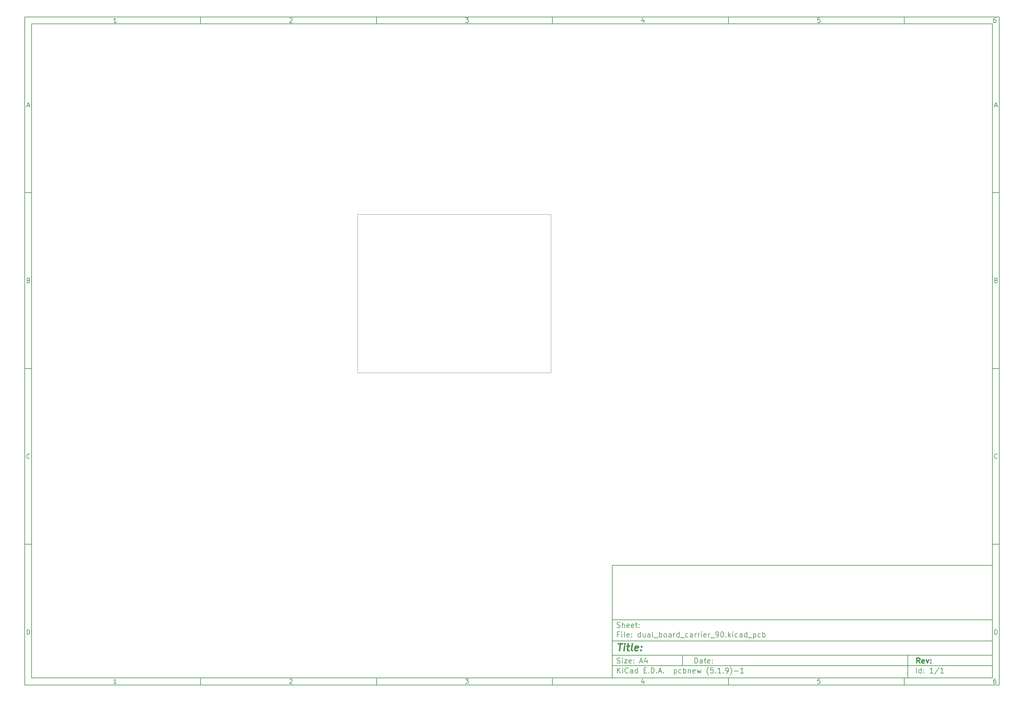
<source format=gbr>
%TF.GenerationSoftware,KiCad,Pcbnew,(5.1.9)-1*%
%TF.CreationDate,2021-02-06T18:14:13-06:00*%
%TF.ProjectId,dual_board_carrier_90,6475616c-5f62-46f6-9172-645f63617272,rev?*%
%TF.SameCoordinates,Original*%
%TF.FileFunction,Profile,NP*%
%FSLAX46Y46*%
G04 Gerber Fmt 4.6, Leading zero omitted, Abs format (unit mm)*
G04 Created by KiCad (PCBNEW (5.1.9)-1) date 2021-02-06 18:14:13*
%MOMM*%
%LPD*%
G01*
G04 APERTURE LIST*
%ADD10C,0.100000*%
%ADD11C,0.150000*%
%ADD12C,0.300000*%
%ADD13C,0.400000*%
%TA.AperFunction,Profile*%
%ADD14C,0.100000*%
%TD*%
%TA.AperFunction,Profile*%
%ADD15C,1.000000*%
%TD*%
G04 APERTURE END LIST*
D10*
D11*
X177002200Y-166007200D02*
X177002200Y-198007200D01*
X285002200Y-198007200D01*
X285002200Y-166007200D01*
X177002200Y-166007200D01*
D10*
D11*
X10000000Y-10000000D02*
X10000000Y-200007200D01*
X287002200Y-200007200D01*
X287002200Y-10000000D01*
X10000000Y-10000000D01*
D10*
D11*
X12000000Y-12000000D02*
X12000000Y-198007200D01*
X285002200Y-198007200D01*
X285002200Y-12000000D01*
X12000000Y-12000000D01*
D10*
D11*
X60000000Y-12000000D02*
X60000000Y-10000000D01*
D10*
D11*
X110000000Y-12000000D02*
X110000000Y-10000000D01*
D10*
D11*
X160000000Y-12000000D02*
X160000000Y-10000000D01*
D10*
D11*
X210000000Y-12000000D02*
X210000000Y-10000000D01*
D10*
D11*
X260000000Y-12000000D02*
X260000000Y-10000000D01*
D10*
D11*
X36065476Y-11588095D02*
X35322619Y-11588095D01*
X35694047Y-11588095D02*
X35694047Y-10288095D01*
X35570238Y-10473809D01*
X35446428Y-10597619D01*
X35322619Y-10659523D01*
D10*
D11*
X85322619Y-10411904D02*
X85384523Y-10350000D01*
X85508333Y-10288095D01*
X85817857Y-10288095D01*
X85941666Y-10350000D01*
X86003571Y-10411904D01*
X86065476Y-10535714D01*
X86065476Y-10659523D01*
X86003571Y-10845238D01*
X85260714Y-11588095D01*
X86065476Y-11588095D01*
D10*
D11*
X135260714Y-10288095D02*
X136065476Y-10288095D01*
X135632142Y-10783333D01*
X135817857Y-10783333D01*
X135941666Y-10845238D01*
X136003571Y-10907142D01*
X136065476Y-11030952D01*
X136065476Y-11340476D01*
X136003571Y-11464285D01*
X135941666Y-11526190D01*
X135817857Y-11588095D01*
X135446428Y-11588095D01*
X135322619Y-11526190D01*
X135260714Y-11464285D01*
D10*
D11*
X185941666Y-10721428D02*
X185941666Y-11588095D01*
X185632142Y-10226190D02*
X185322619Y-11154761D01*
X186127380Y-11154761D01*
D10*
D11*
X236003571Y-10288095D02*
X235384523Y-10288095D01*
X235322619Y-10907142D01*
X235384523Y-10845238D01*
X235508333Y-10783333D01*
X235817857Y-10783333D01*
X235941666Y-10845238D01*
X236003571Y-10907142D01*
X236065476Y-11030952D01*
X236065476Y-11340476D01*
X236003571Y-11464285D01*
X235941666Y-11526190D01*
X235817857Y-11588095D01*
X235508333Y-11588095D01*
X235384523Y-11526190D01*
X235322619Y-11464285D01*
D10*
D11*
X285941666Y-10288095D02*
X285694047Y-10288095D01*
X285570238Y-10350000D01*
X285508333Y-10411904D01*
X285384523Y-10597619D01*
X285322619Y-10845238D01*
X285322619Y-11340476D01*
X285384523Y-11464285D01*
X285446428Y-11526190D01*
X285570238Y-11588095D01*
X285817857Y-11588095D01*
X285941666Y-11526190D01*
X286003571Y-11464285D01*
X286065476Y-11340476D01*
X286065476Y-11030952D01*
X286003571Y-10907142D01*
X285941666Y-10845238D01*
X285817857Y-10783333D01*
X285570238Y-10783333D01*
X285446428Y-10845238D01*
X285384523Y-10907142D01*
X285322619Y-11030952D01*
D10*
D11*
X60000000Y-198007200D02*
X60000000Y-200007200D01*
D10*
D11*
X110000000Y-198007200D02*
X110000000Y-200007200D01*
D10*
D11*
X160000000Y-198007200D02*
X160000000Y-200007200D01*
D10*
D11*
X210000000Y-198007200D02*
X210000000Y-200007200D01*
D10*
D11*
X260000000Y-198007200D02*
X260000000Y-200007200D01*
D10*
D11*
X36065476Y-199595295D02*
X35322619Y-199595295D01*
X35694047Y-199595295D02*
X35694047Y-198295295D01*
X35570238Y-198481009D01*
X35446428Y-198604819D01*
X35322619Y-198666723D01*
D10*
D11*
X85322619Y-198419104D02*
X85384523Y-198357200D01*
X85508333Y-198295295D01*
X85817857Y-198295295D01*
X85941666Y-198357200D01*
X86003571Y-198419104D01*
X86065476Y-198542914D01*
X86065476Y-198666723D01*
X86003571Y-198852438D01*
X85260714Y-199595295D01*
X86065476Y-199595295D01*
D10*
D11*
X135260714Y-198295295D02*
X136065476Y-198295295D01*
X135632142Y-198790533D01*
X135817857Y-198790533D01*
X135941666Y-198852438D01*
X136003571Y-198914342D01*
X136065476Y-199038152D01*
X136065476Y-199347676D01*
X136003571Y-199471485D01*
X135941666Y-199533390D01*
X135817857Y-199595295D01*
X135446428Y-199595295D01*
X135322619Y-199533390D01*
X135260714Y-199471485D01*
D10*
D11*
X185941666Y-198728628D02*
X185941666Y-199595295D01*
X185632142Y-198233390D02*
X185322619Y-199161961D01*
X186127380Y-199161961D01*
D10*
D11*
X236003571Y-198295295D02*
X235384523Y-198295295D01*
X235322619Y-198914342D01*
X235384523Y-198852438D01*
X235508333Y-198790533D01*
X235817857Y-198790533D01*
X235941666Y-198852438D01*
X236003571Y-198914342D01*
X236065476Y-199038152D01*
X236065476Y-199347676D01*
X236003571Y-199471485D01*
X235941666Y-199533390D01*
X235817857Y-199595295D01*
X235508333Y-199595295D01*
X235384523Y-199533390D01*
X235322619Y-199471485D01*
D10*
D11*
X285941666Y-198295295D02*
X285694047Y-198295295D01*
X285570238Y-198357200D01*
X285508333Y-198419104D01*
X285384523Y-198604819D01*
X285322619Y-198852438D01*
X285322619Y-199347676D01*
X285384523Y-199471485D01*
X285446428Y-199533390D01*
X285570238Y-199595295D01*
X285817857Y-199595295D01*
X285941666Y-199533390D01*
X286003571Y-199471485D01*
X286065476Y-199347676D01*
X286065476Y-199038152D01*
X286003571Y-198914342D01*
X285941666Y-198852438D01*
X285817857Y-198790533D01*
X285570238Y-198790533D01*
X285446428Y-198852438D01*
X285384523Y-198914342D01*
X285322619Y-199038152D01*
D10*
D11*
X10000000Y-60000000D02*
X12000000Y-60000000D01*
D10*
D11*
X10000000Y-110000000D02*
X12000000Y-110000000D01*
D10*
D11*
X10000000Y-160000000D02*
X12000000Y-160000000D01*
D10*
D11*
X10690476Y-35216666D02*
X11309523Y-35216666D01*
X10566666Y-35588095D02*
X11000000Y-34288095D01*
X11433333Y-35588095D01*
D10*
D11*
X11092857Y-84907142D02*
X11278571Y-84969047D01*
X11340476Y-85030952D01*
X11402380Y-85154761D01*
X11402380Y-85340476D01*
X11340476Y-85464285D01*
X11278571Y-85526190D01*
X11154761Y-85588095D01*
X10659523Y-85588095D01*
X10659523Y-84288095D01*
X11092857Y-84288095D01*
X11216666Y-84350000D01*
X11278571Y-84411904D01*
X11340476Y-84535714D01*
X11340476Y-84659523D01*
X11278571Y-84783333D01*
X11216666Y-84845238D01*
X11092857Y-84907142D01*
X10659523Y-84907142D01*
D10*
D11*
X11402380Y-135464285D02*
X11340476Y-135526190D01*
X11154761Y-135588095D01*
X11030952Y-135588095D01*
X10845238Y-135526190D01*
X10721428Y-135402380D01*
X10659523Y-135278571D01*
X10597619Y-135030952D01*
X10597619Y-134845238D01*
X10659523Y-134597619D01*
X10721428Y-134473809D01*
X10845238Y-134350000D01*
X11030952Y-134288095D01*
X11154761Y-134288095D01*
X11340476Y-134350000D01*
X11402380Y-134411904D01*
D10*
D11*
X10659523Y-185588095D02*
X10659523Y-184288095D01*
X10969047Y-184288095D01*
X11154761Y-184350000D01*
X11278571Y-184473809D01*
X11340476Y-184597619D01*
X11402380Y-184845238D01*
X11402380Y-185030952D01*
X11340476Y-185278571D01*
X11278571Y-185402380D01*
X11154761Y-185526190D01*
X10969047Y-185588095D01*
X10659523Y-185588095D01*
D10*
D11*
X287002200Y-60000000D02*
X285002200Y-60000000D01*
D10*
D11*
X287002200Y-110000000D02*
X285002200Y-110000000D01*
D10*
D11*
X287002200Y-160000000D02*
X285002200Y-160000000D01*
D10*
D11*
X285692676Y-35216666D02*
X286311723Y-35216666D01*
X285568866Y-35588095D02*
X286002200Y-34288095D01*
X286435533Y-35588095D01*
D10*
D11*
X286095057Y-84907142D02*
X286280771Y-84969047D01*
X286342676Y-85030952D01*
X286404580Y-85154761D01*
X286404580Y-85340476D01*
X286342676Y-85464285D01*
X286280771Y-85526190D01*
X286156961Y-85588095D01*
X285661723Y-85588095D01*
X285661723Y-84288095D01*
X286095057Y-84288095D01*
X286218866Y-84350000D01*
X286280771Y-84411904D01*
X286342676Y-84535714D01*
X286342676Y-84659523D01*
X286280771Y-84783333D01*
X286218866Y-84845238D01*
X286095057Y-84907142D01*
X285661723Y-84907142D01*
D10*
D11*
X286404580Y-135464285D02*
X286342676Y-135526190D01*
X286156961Y-135588095D01*
X286033152Y-135588095D01*
X285847438Y-135526190D01*
X285723628Y-135402380D01*
X285661723Y-135278571D01*
X285599819Y-135030952D01*
X285599819Y-134845238D01*
X285661723Y-134597619D01*
X285723628Y-134473809D01*
X285847438Y-134350000D01*
X286033152Y-134288095D01*
X286156961Y-134288095D01*
X286342676Y-134350000D01*
X286404580Y-134411904D01*
D10*
D11*
X285661723Y-185588095D02*
X285661723Y-184288095D01*
X285971247Y-184288095D01*
X286156961Y-184350000D01*
X286280771Y-184473809D01*
X286342676Y-184597619D01*
X286404580Y-184845238D01*
X286404580Y-185030952D01*
X286342676Y-185278571D01*
X286280771Y-185402380D01*
X286156961Y-185526190D01*
X285971247Y-185588095D01*
X285661723Y-185588095D01*
D10*
D11*
X200434342Y-193785771D02*
X200434342Y-192285771D01*
X200791485Y-192285771D01*
X201005771Y-192357200D01*
X201148628Y-192500057D01*
X201220057Y-192642914D01*
X201291485Y-192928628D01*
X201291485Y-193142914D01*
X201220057Y-193428628D01*
X201148628Y-193571485D01*
X201005771Y-193714342D01*
X200791485Y-193785771D01*
X200434342Y-193785771D01*
X202577200Y-193785771D02*
X202577200Y-193000057D01*
X202505771Y-192857200D01*
X202362914Y-192785771D01*
X202077200Y-192785771D01*
X201934342Y-192857200D01*
X202577200Y-193714342D02*
X202434342Y-193785771D01*
X202077200Y-193785771D01*
X201934342Y-193714342D01*
X201862914Y-193571485D01*
X201862914Y-193428628D01*
X201934342Y-193285771D01*
X202077200Y-193214342D01*
X202434342Y-193214342D01*
X202577200Y-193142914D01*
X203077200Y-192785771D02*
X203648628Y-192785771D01*
X203291485Y-192285771D02*
X203291485Y-193571485D01*
X203362914Y-193714342D01*
X203505771Y-193785771D01*
X203648628Y-193785771D01*
X204720057Y-193714342D02*
X204577200Y-193785771D01*
X204291485Y-193785771D01*
X204148628Y-193714342D01*
X204077200Y-193571485D01*
X204077200Y-193000057D01*
X204148628Y-192857200D01*
X204291485Y-192785771D01*
X204577200Y-192785771D01*
X204720057Y-192857200D01*
X204791485Y-193000057D01*
X204791485Y-193142914D01*
X204077200Y-193285771D01*
X205434342Y-193642914D02*
X205505771Y-193714342D01*
X205434342Y-193785771D01*
X205362914Y-193714342D01*
X205434342Y-193642914D01*
X205434342Y-193785771D01*
X205434342Y-192857200D02*
X205505771Y-192928628D01*
X205434342Y-193000057D01*
X205362914Y-192928628D01*
X205434342Y-192857200D01*
X205434342Y-193000057D01*
D10*
D11*
X177002200Y-194507200D02*
X285002200Y-194507200D01*
D10*
D11*
X178434342Y-196585771D02*
X178434342Y-195085771D01*
X179291485Y-196585771D02*
X178648628Y-195728628D01*
X179291485Y-195085771D02*
X178434342Y-195942914D01*
X179934342Y-196585771D02*
X179934342Y-195585771D01*
X179934342Y-195085771D02*
X179862914Y-195157200D01*
X179934342Y-195228628D01*
X180005771Y-195157200D01*
X179934342Y-195085771D01*
X179934342Y-195228628D01*
X181505771Y-196442914D02*
X181434342Y-196514342D01*
X181220057Y-196585771D01*
X181077200Y-196585771D01*
X180862914Y-196514342D01*
X180720057Y-196371485D01*
X180648628Y-196228628D01*
X180577200Y-195942914D01*
X180577200Y-195728628D01*
X180648628Y-195442914D01*
X180720057Y-195300057D01*
X180862914Y-195157200D01*
X181077200Y-195085771D01*
X181220057Y-195085771D01*
X181434342Y-195157200D01*
X181505771Y-195228628D01*
X182791485Y-196585771D02*
X182791485Y-195800057D01*
X182720057Y-195657200D01*
X182577200Y-195585771D01*
X182291485Y-195585771D01*
X182148628Y-195657200D01*
X182791485Y-196514342D02*
X182648628Y-196585771D01*
X182291485Y-196585771D01*
X182148628Y-196514342D01*
X182077200Y-196371485D01*
X182077200Y-196228628D01*
X182148628Y-196085771D01*
X182291485Y-196014342D01*
X182648628Y-196014342D01*
X182791485Y-195942914D01*
X184148628Y-196585771D02*
X184148628Y-195085771D01*
X184148628Y-196514342D02*
X184005771Y-196585771D01*
X183720057Y-196585771D01*
X183577200Y-196514342D01*
X183505771Y-196442914D01*
X183434342Y-196300057D01*
X183434342Y-195871485D01*
X183505771Y-195728628D01*
X183577200Y-195657200D01*
X183720057Y-195585771D01*
X184005771Y-195585771D01*
X184148628Y-195657200D01*
X186005771Y-195800057D02*
X186505771Y-195800057D01*
X186720057Y-196585771D02*
X186005771Y-196585771D01*
X186005771Y-195085771D01*
X186720057Y-195085771D01*
X187362914Y-196442914D02*
X187434342Y-196514342D01*
X187362914Y-196585771D01*
X187291485Y-196514342D01*
X187362914Y-196442914D01*
X187362914Y-196585771D01*
X188077200Y-196585771D02*
X188077200Y-195085771D01*
X188434342Y-195085771D01*
X188648628Y-195157200D01*
X188791485Y-195300057D01*
X188862914Y-195442914D01*
X188934342Y-195728628D01*
X188934342Y-195942914D01*
X188862914Y-196228628D01*
X188791485Y-196371485D01*
X188648628Y-196514342D01*
X188434342Y-196585771D01*
X188077200Y-196585771D01*
X189577200Y-196442914D02*
X189648628Y-196514342D01*
X189577200Y-196585771D01*
X189505771Y-196514342D01*
X189577200Y-196442914D01*
X189577200Y-196585771D01*
X190220057Y-196157200D02*
X190934342Y-196157200D01*
X190077200Y-196585771D02*
X190577200Y-195085771D01*
X191077200Y-196585771D01*
X191577200Y-196442914D02*
X191648628Y-196514342D01*
X191577200Y-196585771D01*
X191505771Y-196514342D01*
X191577200Y-196442914D01*
X191577200Y-196585771D01*
X194577200Y-195585771D02*
X194577200Y-197085771D01*
X194577200Y-195657200D02*
X194720057Y-195585771D01*
X195005771Y-195585771D01*
X195148628Y-195657200D01*
X195220057Y-195728628D01*
X195291485Y-195871485D01*
X195291485Y-196300057D01*
X195220057Y-196442914D01*
X195148628Y-196514342D01*
X195005771Y-196585771D01*
X194720057Y-196585771D01*
X194577200Y-196514342D01*
X196577200Y-196514342D02*
X196434342Y-196585771D01*
X196148628Y-196585771D01*
X196005771Y-196514342D01*
X195934342Y-196442914D01*
X195862914Y-196300057D01*
X195862914Y-195871485D01*
X195934342Y-195728628D01*
X196005771Y-195657200D01*
X196148628Y-195585771D01*
X196434342Y-195585771D01*
X196577200Y-195657200D01*
X197220057Y-196585771D02*
X197220057Y-195085771D01*
X197220057Y-195657200D02*
X197362914Y-195585771D01*
X197648628Y-195585771D01*
X197791485Y-195657200D01*
X197862914Y-195728628D01*
X197934342Y-195871485D01*
X197934342Y-196300057D01*
X197862914Y-196442914D01*
X197791485Y-196514342D01*
X197648628Y-196585771D01*
X197362914Y-196585771D01*
X197220057Y-196514342D01*
X198577200Y-195585771D02*
X198577200Y-196585771D01*
X198577200Y-195728628D02*
X198648628Y-195657200D01*
X198791485Y-195585771D01*
X199005771Y-195585771D01*
X199148628Y-195657200D01*
X199220057Y-195800057D01*
X199220057Y-196585771D01*
X200505771Y-196514342D02*
X200362914Y-196585771D01*
X200077200Y-196585771D01*
X199934342Y-196514342D01*
X199862914Y-196371485D01*
X199862914Y-195800057D01*
X199934342Y-195657200D01*
X200077200Y-195585771D01*
X200362914Y-195585771D01*
X200505771Y-195657200D01*
X200577200Y-195800057D01*
X200577200Y-195942914D01*
X199862914Y-196085771D01*
X201077200Y-195585771D02*
X201362914Y-196585771D01*
X201648628Y-195871485D01*
X201934342Y-196585771D01*
X202220057Y-195585771D01*
X204362914Y-197157200D02*
X204291485Y-197085771D01*
X204148628Y-196871485D01*
X204077200Y-196728628D01*
X204005771Y-196514342D01*
X203934342Y-196157200D01*
X203934342Y-195871485D01*
X204005771Y-195514342D01*
X204077200Y-195300057D01*
X204148628Y-195157200D01*
X204291485Y-194942914D01*
X204362914Y-194871485D01*
X205648628Y-195085771D02*
X204934342Y-195085771D01*
X204862914Y-195800057D01*
X204934342Y-195728628D01*
X205077200Y-195657200D01*
X205434342Y-195657200D01*
X205577200Y-195728628D01*
X205648628Y-195800057D01*
X205720057Y-195942914D01*
X205720057Y-196300057D01*
X205648628Y-196442914D01*
X205577200Y-196514342D01*
X205434342Y-196585771D01*
X205077200Y-196585771D01*
X204934342Y-196514342D01*
X204862914Y-196442914D01*
X206362914Y-196442914D02*
X206434342Y-196514342D01*
X206362914Y-196585771D01*
X206291485Y-196514342D01*
X206362914Y-196442914D01*
X206362914Y-196585771D01*
X207862914Y-196585771D02*
X207005771Y-196585771D01*
X207434342Y-196585771D02*
X207434342Y-195085771D01*
X207291485Y-195300057D01*
X207148628Y-195442914D01*
X207005771Y-195514342D01*
X208505771Y-196442914D02*
X208577200Y-196514342D01*
X208505771Y-196585771D01*
X208434342Y-196514342D01*
X208505771Y-196442914D01*
X208505771Y-196585771D01*
X209291485Y-196585771D02*
X209577200Y-196585771D01*
X209720057Y-196514342D01*
X209791485Y-196442914D01*
X209934342Y-196228628D01*
X210005771Y-195942914D01*
X210005771Y-195371485D01*
X209934342Y-195228628D01*
X209862914Y-195157200D01*
X209720057Y-195085771D01*
X209434342Y-195085771D01*
X209291485Y-195157200D01*
X209220057Y-195228628D01*
X209148628Y-195371485D01*
X209148628Y-195728628D01*
X209220057Y-195871485D01*
X209291485Y-195942914D01*
X209434342Y-196014342D01*
X209720057Y-196014342D01*
X209862914Y-195942914D01*
X209934342Y-195871485D01*
X210005771Y-195728628D01*
X210505771Y-197157200D02*
X210577200Y-197085771D01*
X210720057Y-196871485D01*
X210791485Y-196728628D01*
X210862914Y-196514342D01*
X210934342Y-196157200D01*
X210934342Y-195871485D01*
X210862914Y-195514342D01*
X210791485Y-195300057D01*
X210720057Y-195157200D01*
X210577200Y-194942914D01*
X210505771Y-194871485D01*
X211648628Y-196014342D02*
X212791485Y-196014342D01*
X214291485Y-196585771D02*
X213434342Y-196585771D01*
X213862914Y-196585771D02*
X213862914Y-195085771D01*
X213720057Y-195300057D01*
X213577200Y-195442914D01*
X213434342Y-195514342D01*
D10*
D11*
X177002200Y-191507200D02*
X285002200Y-191507200D01*
D10*
D12*
X264411485Y-193785771D02*
X263911485Y-193071485D01*
X263554342Y-193785771D02*
X263554342Y-192285771D01*
X264125771Y-192285771D01*
X264268628Y-192357200D01*
X264340057Y-192428628D01*
X264411485Y-192571485D01*
X264411485Y-192785771D01*
X264340057Y-192928628D01*
X264268628Y-193000057D01*
X264125771Y-193071485D01*
X263554342Y-193071485D01*
X265625771Y-193714342D02*
X265482914Y-193785771D01*
X265197200Y-193785771D01*
X265054342Y-193714342D01*
X264982914Y-193571485D01*
X264982914Y-193000057D01*
X265054342Y-192857200D01*
X265197200Y-192785771D01*
X265482914Y-192785771D01*
X265625771Y-192857200D01*
X265697200Y-193000057D01*
X265697200Y-193142914D01*
X264982914Y-193285771D01*
X266197200Y-192785771D02*
X266554342Y-193785771D01*
X266911485Y-192785771D01*
X267482914Y-193642914D02*
X267554342Y-193714342D01*
X267482914Y-193785771D01*
X267411485Y-193714342D01*
X267482914Y-193642914D01*
X267482914Y-193785771D01*
X267482914Y-192857200D02*
X267554342Y-192928628D01*
X267482914Y-193000057D01*
X267411485Y-192928628D01*
X267482914Y-192857200D01*
X267482914Y-193000057D01*
D10*
D11*
X178362914Y-193714342D02*
X178577200Y-193785771D01*
X178934342Y-193785771D01*
X179077200Y-193714342D01*
X179148628Y-193642914D01*
X179220057Y-193500057D01*
X179220057Y-193357200D01*
X179148628Y-193214342D01*
X179077200Y-193142914D01*
X178934342Y-193071485D01*
X178648628Y-193000057D01*
X178505771Y-192928628D01*
X178434342Y-192857200D01*
X178362914Y-192714342D01*
X178362914Y-192571485D01*
X178434342Y-192428628D01*
X178505771Y-192357200D01*
X178648628Y-192285771D01*
X179005771Y-192285771D01*
X179220057Y-192357200D01*
X179862914Y-193785771D02*
X179862914Y-192785771D01*
X179862914Y-192285771D02*
X179791485Y-192357200D01*
X179862914Y-192428628D01*
X179934342Y-192357200D01*
X179862914Y-192285771D01*
X179862914Y-192428628D01*
X180434342Y-192785771D02*
X181220057Y-192785771D01*
X180434342Y-193785771D01*
X181220057Y-193785771D01*
X182362914Y-193714342D02*
X182220057Y-193785771D01*
X181934342Y-193785771D01*
X181791485Y-193714342D01*
X181720057Y-193571485D01*
X181720057Y-193000057D01*
X181791485Y-192857200D01*
X181934342Y-192785771D01*
X182220057Y-192785771D01*
X182362914Y-192857200D01*
X182434342Y-193000057D01*
X182434342Y-193142914D01*
X181720057Y-193285771D01*
X183077200Y-193642914D02*
X183148628Y-193714342D01*
X183077200Y-193785771D01*
X183005771Y-193714342D01*
X183077200Y-193642914D01*
X183077200Y-193785771D01*
X183077200Y-192857200D02*
X183148628Y-192928628D01*
X183077200Y-193000057D01*
X183005771Y-192928628D01*
X183077200Y-192857200D01*
X183077200Y-193000057D01*
X184862914Y-193357200D02*
X185577200Y-193357200D01*
X184720057Y-193785771D02*
X185220057Y-192285771D01*
X185720057Y-193785771D01*
X186862914Y-192785771D02*
X186862914Y-193785771D01*
X186505771Y-192214342D02*
X186148628Y-193285771D01*
X187077200Y-193285771D01*
D10*
D11*
X263434342Y-196585771D02*
X263434342Y-195085771D01*
X264791485Y-196585771D02*
X264791485Y-195085771D01*
X264791485Y-196514342D02*
X264648628Y-196585771D01*
X264362914Y-196585771D01*
X264220057Y-196514342D01*
X264148628Y-196442914D01*
X264077200Y-196300057D01*
X264077200Y-195871485D01*
X264148628Y-195728628D01*
X264220057Y-195657200D01*
X264362914Y-195585771D01*
X264648628Y-195585771D01*
X264791485Y-195657200D01*
X265505771Y-196442914D02*
X265577200Y-196514342D01*
X265505771Y-196585771D01*
X265434342Y-196514342D01*
X265505771Y-196442914D01*
X265505771Y-196585771D01*
X265505771Y-195657200D02*
X265577200Y-195728628D01*
X265505771Y-195800057D01*
X265434342Y-195728628D01*
X265505771Y-195657200D01*
X265505771Y-195800057D01*
X268148628Y-196585771D02*
X267291485Y-196585771D01*
X267720057Y-196585771D02*
X267720057Y-195085771D01*
X267577200Y-195300057D01*
X267434342Y-195442914D01*
X267291485Y-195514342D01*
X269862914Y-195014342D02*
X268577200Y-196942914D01*
X271148628Y-196585771D02*
X270291485Y-196585771D01*
X270720057Y-196585771D02*
X270720057Y-195085771D01*
X270577200Y-195300057D01*
X270434342Y-195442914D01*
X270291485Y-195514342D01*
D10*
D11*
X177002200Y-187507200D02*
X285002200Y-187507200D01*
D10*
D13*
X178714580Y-188211961D02*
X179857438Y-188211961D01*
X179036009Y-190211961D02*
X179286009Y-188211961D01*
X180274104Y-190211961D02*
X180440771Y-188878628D01*
X180524104Y-188211961D02*
X180416961Y-188307200D01*
X180500295Y-188402438D01*
X180607438Y-188307200D01*
X180524104Y-188211961D01*
X180500295Y-188402438D01*
X181107438Y-188878628D02*
X181869342Y-188878628D01*
X181476485Y-188211961D02*
X181262200Y-189926247D01*
X181333628Y-190116723D01*
X181512200Y-190211961D01*
X181702676Y-190211961D01*
X182655057Y-190211961D02*
X182476485Y-190116723D01*
X182405057Y-189926247D01*
X182619342Y-188211961D01*
X184190771Y-190116723D02*
X183988390Y-190211961D01*
X183607438Y-190211961D01*
X183428866Y-190116723D01*
X183357438Y-189926247D01*
X183452676Y-189164342D01*
X183571723Y-188973866D01*
X183774104Y-188878628D01*
X184155057Y-188878628D01*
X184333628Y-188973866D01*
X184405057Y-189164342D01*
X184381247Y-189354819D01*
X183405057Y-189545295D01*
X185155057Y-190021485D02*
X185238390Y-190116723D01*
X185131247Y-190211961D01*
X185047914Y-190116723D01*
X185155057Y-190021485D01*
X185131247Y-190211961D01*
X185286009Y-188973866D02*
X185369342Y-189069104D01*
X185262200Y-189164342D01*
X185178866Y-189069104D01*
X185286009Y-188973866D01*
X185262200Y-189164342D01*
D10*
D11*
X178934342Y-185600057D02*
X178434342Y-185600057D01*
X178434342Y-186385771D02*
X178434342Y-184885771D01*
X179148628Y-184885771D01*
X179720057Y-186385771D02*
X179720057Y-185385771D01*
X179720057Y-184885771D02*
X179648628Y-184957200D01*
X179720057Y-185028628D01*
X179791485Y-184957200D01*
X179720057Y-184885771D01*
X179720057Y-185028628D01*
X180648628Y-186385771D02*
X180505771Y-186314342D01*
X180434342Y-186171485D01*
X180434342Y-184885771D01*
X181791485Y-186314342D02*
X181648628Y-186385771D01*
X181362914Y-186385771D01*
X181220057Y-186314342D01*
X181148628Y-186171485D01*
X181148628Y-185600057D01*
X181220057Y-185457200D01*
X181362914Y-185385771D01*
X181648628Y-185385771D01*
X181791485Y-185457200D01*
X181862914Y-185600057D01*
X181862914Y-185742914D01*
X181148628Y-185885771D01*
X182505771Y-186242914D02*
X182577200Y-186314342D01*
X182505771Y-186385771D01*
X182434342Y-186314342D01*
X182505771Y-186242914D01*
X182505771Y-186385771D01*
X182505771Y-185457200D02*
X182577200Y-185528628D01*
X182505771Y-185600057D01*
X182434342Y-185528628D01*
X182505771Y-185457200D01*
X182505771Y-185600057D01*
X185005771Y-186385771D02*
X185005771Y-184885771D01*
X185005771Y-186314342D02*
X184862914Y-186385771D01*
X184577200Y-186385771D01*
X184434342Y-186314342D01*
X184362914Y-186242914D01*
X184291485Y-186100057D01*
X184291485Y-185671485D01*
X184362914Y-185528628D01*
X184434342Y-185457200D01*
X184577200Y-185385771D01*
X184862914Y-185385771D01*
X185005771Y-185457200D01*
X186362914Y-185385771D02*
X186362914Y-186385771D01*
X185720057Y-185385771D02*
X185720057Y-186171485D01*
X185791485Y-186314342D01*
X185934342Y-186385771D01*
X186148628Y-186385771D01*
X186291485Y-186314342D01*
X186362914Y-186242914D01*
X187720057Y-186385771D02*
X187720057Y-185600057D01*
X187648628Y-185457200D01*
X187505771Y-185385771D01*
X187220057Y-185385771D01*
X187077200Y-185457200D01*
X187720057Y-186314342D02*
X187577200Y-186385771D01*
X187220057Y-186385771D01*
X187077200Y-186314342D01*
X187005771Y-186171485D01*
X187005771Y-186028628D01*
X187077200Y-185885771D01*
X187220057Y-185814342D01*
X187577200Y-185814342D01*
X187720057Y-185742914D01*
X188648628Y-186385771D02*
X188505771Y-186314342D01*
X188434342Y-186171485D01*
X188434342Y-184885771D01*
X188862914Y-186528628D02*
X190005771Y-186528628D01*
X190362914Y-186385771D02*
X190362914Y-184885771D01*
X190362914Y-185457200D02*
X190505771Y-185385771D01*
X190791485Y-185385771D01*
X190934342Y-185457200D01*
X191005771Y-185528628D01*
X191077200Y-185671485D01*
X191077200Y-186100057D01*
X191005771Y-186242914D01*
X190934342Y-186314342D01*
X190791485Y-186385771D01*
X190505771Y-186385771D01*
X190362914Y-186314342D01*
X191934342Y-186385771D02*
X191791485Y-186314342D01*
X191720057Y-186242914D01*
X191648628Y-186100057D01*
X191648628Y-185671485D01*
X191720057Y-185528628D01*
X191791485Y-185457200D01*
X191934342Y-185385771D01*
X192148628Y-185385771D01*
X192291485Y-185457200D01*
X192362914Y-185528628D01*
X192434342Y-185671485D01*
X192434342Y-186100057D01*
X192362914Y-186242914D01*
X192291485Y-186314342D01*
X192148628Y-186385771D01*
X191934342Y-186385771D01*
X193720057Y-186385771D02*
X193720057Y-185600057D01*
X193648628Y-185457200D01*
X193505771Y-185385771D01*
X193220057Y-185385771D01*
X193077200Y-185457200D01*
X193720057Y-186314342D02*
X193577200Y-186385771D01*
X193220057Y-186385771D01*
X193077200Y-186314342D01*
X193005771Y-186171485D01*
X193005771Y-186028628D01*
X193077200Y-185885771D01*
X193220057Y-185814342D01*
X193577200Y-185814342D01*
X193720057Y-185742914D01*
X194434342Y-186385771D02*
X194434342Y-185385771D01*
X194434342Y-185671485D02*
X194505771Y-185528628D01*
X194577200Y-185457200D01*
X194720057Y-185385771D01*
X194862914Y-185385771D01*
X196005771Y-186385771D02*
X196005771Y-184885771D01*
X196005771Y-186314342D02*
X195862914Y-186385771D01*
X195577200Y-186385771D01*
X195434342Y-186314342D01*
X195362914Y-186242914D01*
X195291485Y-186100057D01*
X195291485Y-185671485D01*
X195362914Y-185528628D01*
X195434342Y-185457200D01*
X195577200Y-185385771D01*
X195862914Y-185385771D01*
X196005771Y-185457200D01*
X196362914Y-186528628D02*
X197505771Y-186528628D01*
X198505771Y-186314342D02*
X198362914Y-186385771D01*
X198077200Y-186385771D01*
X197934342Y-186314342D01*
X197862914Y-186242914D01*
X197791485Y-186100057D01*
X197791485Y-185671485D01*
X197862914Y-185528628D01*
X197934342Y-185457200D01*
X198077200Y-185385771D01*
X198362914Y-185385771D01*
X198505771Y-185457200D01*
X199791485Y-186385771D02*
X199791485Y-185600057D01*
X199720057Y-185457200D01*
X199577200Y-185385771D01*
X199291485Y-185385771D01*
X199148628Y-185457200D01*
X199791485Y-186314342D02*
X199648628Y-186385771D01*
X199291485Y-186385771D01*
X199148628Y-186314342D01*
X199077200Y-186171485D01*
X199077200Y-186028628D01*
X199148628Y-185885771D01*
X199291485Y-185814342D01*
X199648628Y-185814342D01*
X199791485Y-185742914D01*
X200505771Y-186385771D02*
X200505771Y-185385771D01*
X200505771Y-185671485D02*
X200577200Y-185528628D01*
X200648628Y-185457200D01*
X200791485Y-185385771D01*
X200934342Y-185385771D01*
X201434342Y-186385771D02*
X201434342Y-185385771D01*
X201434342Y-185671485D02*
X201505771Y-185528628D01*
X201577200Y-185457200D01*
X201720057Y-185385771D01*
X201862914Y-185385771D01*
X202362914Y-186385771D02*
X202362914Y-185385771D01*
X202362914Y-184885771D02*
X202291485Y-184957200D01*
X202362914Y-185028628D01*
X202434342Y-184957200D01*
X202362914Y-184885771D01*
X202362914Y-185028628D01*
X203648628Y-186314342D02*
X203505771Y-186385771D01*
X203220057Y-186385771D01*
X203077200Y-186314342D01*
X203005771Y-186171485D01*
X203005771Y-185600057D01*
X203077200Y-185457200D01*
X203220057Y-185385771D01*
X203505771Y-185385771D01*
X203648628Y-185457200D01*
X203720057Y-185600057D01*
X203720057Y-185742914D01*
X203005771Y-185885771D01*
X204362914Y-186385771D02*
X204362914Y-185385771D01*
X204362914Y-185671485D02*
X204434342Y-185528628D01*
X204505771Y-185457200D01*
X204648628Y-185385771D01*
X204791485Y-185385771D01*
X204934342Y-186528628D02*
X206077200Y-186528628D01*
X206505771Y-186385771D02*
X206791485Y-186385771D01*
X206934342Y-186314342D01*
X207005771Y-186242914D01*
X207148628Y-186028628D01*
X207220057Y-185742914D01*
X207220057Y-185171485D01*
X207148628Y-185028628D01*
X207077200Y-184957200D01*
X206934342Y-184885771D01*
X206648628Y-184885771D01*
X206505771Y-184957200D01*
X206434342Y-185028628D01*
X206362914Y-185171485D01*
X206362914Y-185528628D01*
X206434342Y-185671485D01*
X206505771Y-185742914D01*
X206648628Y-185814342D01*
X206934342Y-185814342D01*
X207077200Y-185742914D01*
X207148628Y-185671485D01*
X207220057Y-185528628D01*
X208148628Y-184885771D02*
X208291485Y-184885771D01*
X208434342Y-184957200D01*
X208505771Y-185028628D01*
X208577200Y-185171485D01*
X208648628Y-185457200D01*
X208648628Y-185814342D01*
X208577200Y-186100057D01*
X208505771Y-186242914D01*
X208434342Y-186314342D01*
X208291485Y-186385771D01*
X208148628Y-186385771D01*
X208005771Y-186314342D01*
X207934342Y-186242914D01*
X207862914Y-186100057D01*
X207791485Y-185814342D01*
X207791485Y-185457200D01*
X207862914Y-185171485D01*
X207934342Y-185028628D01*
X208005771Y-184957200D01*
X208148628Y-184885771D01*
X209291485Y-186242914D02*
X209362914Y-186314342D01*
X209291485Y-186385771D01*
X209220057Y-186314342D01*
X209291485Y-186242914D01*
X209291485Y-186385771D01*
X210005771Y-186385771D02*
X210005771Y-184885771D01*
X210148628Y-185814342D02*
X210577200Y-186385771D01*
X210577200Y-185385771D02*
X210005771Y-185957200D01*
X211220057Y-186385771D02*
X211220057Y-185385771D01*
X211220057Y-184885771D02*
X211148628Y-184957200D01*
X211220057Y-185028628D01*
X211291485Y-184957200D01*
X211220057Y-184885771D01*
X211220057Y-185028628D01*
X212577200Y-186314342D02*
X212434342Y-186385771D01*
X212148628Y-186385771D01*
X212005771Y-186314342D01*
X211934342Y-186242914D01*
X211862914Y-186100057D01*
X211862914Y-185671485D01*
X211934342Y-185528628D01*
X212005771Y-185457200D01*
X212148628Y-185385771D01*
X212434342Y-185385771D01*
X212577200Y-185457200D01*
X213862914Y-186385771D02*
X213862914Y-185600057D01*
X213791485Y-185457200D01*
X213648628Y-185385771D01*
X213362914Y-185385771D01*
X213220057Y-185457200D01*
X213862914Y-186314342D02*
X213720057Y-186385771D01*
X213362914Y-186385771D01*
X213220057Y-186314342D01*
X213148628Y-186171485D01*
X213148628Y-186028628D01*
X213220057Y-185885771D01*
X213362914Y-185814342D01*
X213720057Y-185814342D01*
X213862914Y-185742914D01*
X215220057Y-186385771D02*
X215220057Y-184885771D01*
X215220057Y-186314342D02*
X215077200Y-186385771D01*
X214791485Y-186385771D01*
X214648628Y-186314342D01*
X214577200Y-186242914D01*
X214505771Y-186100057D01*
X214505771Y-185671485D01*
X214577200Y-185528628D01*
X214648628Y-185457200D01*
X214791485Y-185385771D01*
X215077200Y-185385771D01*
X215220057Y-185457200D01*
X215577200Y-186528628D02*
X216720057Y-186528628D01*
X217077200Y-185385771D02*
X217077200Y-186885771D01*
X217077200Y-185457200D02*
X217220057Y-185385771D01*
X217505771Y-185385771D01*
X217648628Y-185457200D01*
X217720057Y-185528628D01*
X217791485Y-185671485D01*
X217791485Y-186100057D01*
X217720057Y-186242914D01*
X217648628Y-186314342D01*
X217505771Y-186385771D01*
X217220057Y-186385771D01*
X217077200Y-186314342D01*
X219077200Y-186314342D02*
X218934342Y-186385771D01*
X218648628Y-186385771D01*
X218505771Y-186314342D01*
X218434342Y-186242914D01*
X218362914Y-186100057D01*
X218362914Y-185671485D01*
X218434342Y-185528628D01*
X218505771Y-185457200D01*
X218648628Y-185385771D01*
X218934342Y-185385771D01*
X219077200Y-185457200D01*
X219720057Y-186385771D02*
X219720057Y-184885771D01*
X219720057Y-185457200D02*
X219862914Y-185385771D01*
X220148628Y-185385771D01*
X220291485Y-185457200D01*
X220362914Y-185528628D01*
X220434342Y-185671485D01*
X220434342Y-186100057D01*
X220362914Y-186242914D01*
X220291485Y-186314342D01*
X220148628Y-186385771D01*
X219862914Y-186385771D01*
X219720057Y-186314342D01*
D10*
D11*
X177002200Y-181507200D02*
X285002200Y-181507200D01*
D10*
D11*
X178362914Y-183614342D02*
X178577200Y-183685771D01*
X178934342Y-183685771D01*
X179077200Y-183614342D01*
X179148628Y-183542914D01*
X179220057Y-183400057D01*
X179220057Y-183257200D01*
X179148628Y-183114342D01*
X179077200Y-183042914D01*
X178934342Y-182971485D01*
X178648628Y-182900057D01*
X178505771Y-182828628D01*
X178434342Y-182757200D01*
X178362914Y-182614342D01*
X178362914Y-182471485D01*
X178434342Y-182328628D01*
X178505771Y-182257200D01*
X178648628Y-182185771D01*
X179005771Y-182185771D01*
X179220057Y-182257200D01*
X179862914Y-183685771D02*
X179862914Y-182185771D01*
X180505771Y-183685771D02*
X180505771Y-182900057D01*
X180434342Y-182757200D01*
X180291485Y-182685771D01*
X180077200Y-182685771D01*
X179934342Y-182757200D01*
X179862914Y-182828628D01*
X181791485Y-183614342D02*
X181648628Y-183685771D01*
X181362914Y-183685771D01*
X181220057Y-183614342D01*
X181148628Y-183471485D01*
X181148628Y-182900057D01*
X181220057Y-182757200D01*
X181362914Y-182685771D01*
X181648628Y-182685771D01*
X181791485Y-182757200D01*
X181862914Y-182900057D01*
X181862914Y-183042914D01*
X181148628Y-183185771D01*
X183077200Y-183614342D02*
X182934342Y-183685771D01*
X182648628Y-183685771D01*
X182505771Y-183614342D01*
X182434342Y-183471485D01*
X182434342Y-182900057D01*
X182505771Y-182757200D01*
X182648628Y-182685771D01*
X182934342Y-182685771D01*
X183077200Y-182757200D01*
X183148628Y-182900057D01*
X183148628Y-183042914D01*
X182434342Y-183185771D01*
X183577200Y-182685771D02*
X184148628Y-182685771D01*
X183791485Y-182185771D02*
X183791485Y-183471485D01*
X183862914Y-183614342D01*
X184005771Y-183685771D01*
X184148628Y-183685771D01*
X184648628Y-183542914D02*
X184720057Y-183614342D01*
X184648628Y-183685771D01*
X184577200Y-183614342D01*
X184648628Y-183542914D01*
X184648628Y-183685771D01*
X184648628Y-182757200D02*
X184720057Y-182828628D01*
X184648628Y-182900057D01*
X184577200Y-182828628D01*
X184648628Y-182757200D01*
X184648628Y-182900057D01*
D10*
D11*
X197002200Y-191507200D02*
X197002200Y-194507200D01*
D10*
D11*
X261002200Y-191507200D02*
X261002200Y-198007200D01*
D14*
X104572000Y-66154000D02*
X159572000Y-66154000D01*
X154572000Y-66154000D02*
X154572000Y-66154000D01*
X104572000Y-111154000D02*
X159572000Y-111154000D01*
X159572000Y-111154000D02*
X159572000Y-66154000D01*
X154572000Y-66154000D02*
X154572000Y-66154000D01*
X154572000Y-116154000D02*
X154572000Y-116154000D01*
X104572000Y-116154000D02*
X104572000Y-116154000D01*
X104572000Y-111154000D02*
X104572000Y-66154000D01*
X104572000Y-66154000D02*
X104572000Y-66154000D01*
D15*
M02*

</source>
